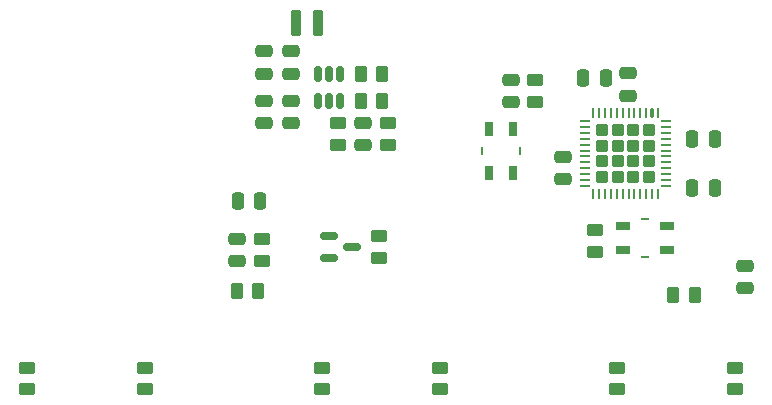
<source format=gtp>
G04 #@! TF.GenerationSoftware,KiCad,Pcbnew,(6.0.1)*
G04 #@! TF.CreationDate,2022-02-04T15:04:59+01:00*
G04 #@! TF.ProjectId,esp32-wled-adv-pcb,65737033-322d-4776-9c65-642d6164762d,rev?*
G04 #@! TF.SameCoordinates,Original*
G04 #@! TF.FileFunction,Paste,Top*
G04 #@! TF.FilePolarity,Positive*
%FSLAX46Y46*%
G04 Gerber Fmt 4.6, Leading zero omitted, Abs format (unit mm)*
G04 Created by KiCad (PCBNEW (6.0.1)) date 2022-02-04 15:04:59*
%MOMM*%
%LPD*%
G01*
G04 APERTURE LIST*
G04 Aperture macros list*
%AMRoundRect*
0 Rectangle with rounded corners*
0 $1 Rounding radius*
0 $2 $3 $4 $5 $6 $7 $8 $9 X,Y pos of 4 corners*
0 Add a 4 corners polygon primitive as box body*
4,1,4,$2,$3,$4,$5,$6,$7,$8,$9,$2,$3,0*
0 Add four circle primitives for the rounded corners*
1,1,$1+$1,$2,$3*
1,1,$1+$1,$4,$5*
1,1,$1+$1,$6,$7*
1,1,$1+$1,$8,$9*
0 Add four rect primitives between the rounded corners*
20,1,$1+$1,$2,$3,$4,$5,0*
20,1,$1+$1,$4,$5,$6,$7,0*
20,1,$1+$1,$6,$7,$8,$9,0*
20,1,$1+$1,$8,$9,$2,$3,0*%
G04 Aperture macros list end*
%ADD10RoundRect,0.250000X0.450000X-0.262500X0.450000X0.262500X-0.450000X0.262500X-0.450000X-0.262500X0*%
%ADD11RoundRect,0.250000X-0.475000X0.250000X-0.475000X-0.250000X0.475000X-0.250000X0.475000X0.250000X0*%
%ADD12RoundRect,0.250000X-0.450000X0.262500X-0.450000X-0.262500X0.450000X-0.262500X0.450000X0.262500X0*%
%ADD13RoundRect,0.250000X0.250000X0.475000X-0.250000X0.475000X-0.250000X-0.475000X0.250000X-0.475000X0*%
%ADD14RoundRect,0.250000X-0.262500X-0.450000X0.262500X-0.450000X0.262500X0.450000X-0.262500X0.450000X0*%
%ADD15R,0.700000X1.250000*%
%ADD16R,0.250000X0.700000*%
%ADD17RoundRect,0.250000X0.475000X-0.250000X0.475000X0.250000X-0.475000X0.250000X-0.475000X-0.250000X0*%
%ADD18R,1.250000X0.700000*%
%ADD19R,0.700000X0.250000*%
%ADD20RoundRect,0.250000X0.262500X0.450000X-0.262500X0.450000X-0.262500X-0.450000X0.262500X-0.450000X0*%
%ADD21RoundRect,0.225000X0.225000X0.875000X-0.225000X0.875000X-0.225000X-0.875000X0.225000X-0.875000X0*%
%ADD22RoundRect,0.250000X-0.250000X-0.475000X0.250000X-0.475000X0.250000X0.475000X-0.250000X0.475000X0*%
%ADD23RoundRect,0.150000X-0.587500X-0.150000X0.587500X-0.150000X0.587500X0.150000X-0.587500X0.150000X0*%
%ADD24RoundRect,0.062500X-0.337500X0.062500X-0.337500X-0.062500X0.337500X-0.062500X0.337500X0.062500X0*%
%ADD25RoundRect,0.062500X-0.062500X0.337500X-0.062500X-0.337500X0.062500X-0.337500X0.062500X0.337500X0*%
%ADD26RoundRect,0.100000X-0.100000X0.300000X-0.100000X-0.300000X0.100000X-0.300000X0.100000X0.300000X0*%
%ADD27RoundRect,0.250000X-0.285000X0.285000X-0.285000X-0.285000X0.285000X-0.285000X0.285000X0.285000X0*%
%ADD28RoundRect,0.150000X-0.150000X0.512500X-0.150000X-0.512500X0.150000X-0.512500X0.150000X0.512500X0*%
G04 APERTURE END LIST*
D10*
X157000000Y-119175000D03*
X157000000Y-121000000D03*
D11*
X138049000Y-96708000D03*
X138049000Y-94808000D03*
D12*
X147000000Y-121000000D03*
X147000000Y-119175000D03*
X126873000Y-109878500D03*
X126873000Y-108053500D03*
D13*
X114874000Y-105100000D03*
X116774000Y-105100000D03*
D14*
X153566500Y-113030000D03*
X151741500Y-113030000D03*
D15*
X138160000Y-102713000D03*
X138160000Y-98963000D03*
X136160000Y-98963000D03*
X136160000Y-102713000D03*
D16*
X135535000Y-100838000D03*
X138785000Y-100838000D03*
D17*
X117090181Y-96567422D03*
X117090181Y-98467422D03*
D10*
X107000000Y-119178700D03*
X107000000Y-121003700D03*
D12*
X127605781Y-100318334D03*
X127605781Y-98493334D03*
D18*
X151227000Y-107178600D03*
X147477000Y-107178600D03*
X147477000Y-109178600D03*
X151227000Y-109178600D03*
D19*
X149352000Y-109803600D03*
X149352000Y-106553600D03*
D17*
X119401581Y-96572422D03*
X119401581Y-98472422D03*
D20*
X125270881Y-94275034D03*
X127095881Y-94275034D03*
D11*
X147878800Y-96149200D03*
X147878800Y-94249200D03*
D13*
X153365200Y-103987600D03*
X155265200Y-103987600D03*
D17*
X114808000Y-108270000D03*
X114808000Y-110170000D03*
D11*
X119399619Y-94286415D03*
X119399619Y-92386415D03*
D10*
X132000000Y-119175000D03*
X132000000Y-121000000D03*
D21*
X119780619Y-89968415D03*
X121680619Y-89968415D03*
D10*
X145161000Y-107545500D03*
X145161000Y-109370500D03*
D22*
X146034800Y-94640400D03*
X144134800Y-94640400D03*
D23*
X124508500Y-108966000D03*
X122633500Y-109916000D03*
X122633500Y-108016000D03*
D12*
X140081000Y-96670500D03*
X140081000Y-94845500D03*
D11*
X117090181Y-94286415D03*
X117090181Y-92386415D03*
D24*
X151161600Y-98291200D03*
X151161600Y-98791200D03*
X151161600Y-99291200D03*
X151161600Y-99791200D03*
X151161600Y-100291200D03*
X151161600Y-100791200D03*
X151161600Y-101291200D03*
X151161600Y-101791200D03*
X151161600Y-102291200D03*
X151161600Y-102791200D03*
X151161600Y-103291200D03*
X151161600Y-103791200D03*
D25*
X150461600Y-104491200D03*
X149961600Y-104491200D03*
X149461600Y-104491200D03*
X148961600Y-104491200D03*
X148461600Y-104491200D03*
X147961600Y-104491200D03*
X147461600Y-104491200D03*
X146961600Y-104491200D03*
X146461600Y-104491200D03*
X145961600Y-104491200D03*
X145461600Y-104491200D03*
X144961600Y-104491200D03*
D24*
X144261600Y-103791200D03*
X144261600Y-103291200D03*
X144261600Y-102791200D03*
X144261600Y-102291200D03*
X144261600Y-101791200D03*
X144261600Y-101291200D03*
X144261600Y-100791200D03*
X144261600Y-100291200D03*
X144261600Y-99791200D03*
X144261600Y-99291200D03*
X144261600Y-98791200D03*
X144261600Y-98291200D03*
D25*
X144961600Y-97591200D03*
X145461600Y-97591200D03*
X145961600Y-97591200D03*
X146461600Y-97591200D03*
X146961600Y-97591200D03*
X147461600Y-97591200D03*
X147961600Y-97591200D03*
X148461600Y-97591200D03*
X148961600Y-97591200D03*
X149461600Y-97591200D03*
D26*
X149961600Y-97591200D03*
D25*
X150461600Y-97591200D03*
D27*
X148371600Y-99061200D03*
X147051600Y-99061200D03*
X145731600Y-99061200D03*
X149691600Y-103021200D03*
X148371600Y-101701200D03*
X145731600Y-101701200D03*
X148371600Y-103021200D03*
X149691600Y-101701200D03*
X149691600Y-100381200D03*
X147051600Y-100381200D03*
X147051600Y-101701200D03*
X148371600Y-100381200D03*
X145731600Y-100381200D03*
X145731600Y-103021200D03*
X149691600Y-99061200D03*
X147051600Y-103021200D03*
D12*
X116967000Y-110132500D03*
X116967000Y-108307500D03*
X97000000Y-121000000D03*
X97000000Y-119175000D03*
D20*
X114784500Y-112649000D03*
X116609500Y-112649000D03*
D14*
X127097781Y-96561034D03*
X125272781Y-96561034D03*
D17*
X125472181Y-98455834D03*
X125472181Y-100355834D03*
D10*
X123338581Y-98493334D03*
X123338581Y-100318334D03*
D13*
X153365200Y-99771200D03*
X155265200Y-99771200D03*
D17*
X142392400Y-101295200D03*
X142392400Y-103195200D03*
D12*
X122000000Y-121000000D03*
X122000000Y-119175000D03*
D28*
X123524619Y-96566915D03*
X122574619Y-96566915D03*
X121624619Y-96566915D03*
X121624619Y-94291915D03*
X122574619Y-94291915D03*
X123524619Y-94291915D03*
D17*
X157861000Y-110556000D03*
X157861000Y-112456000D03*
M02*

</source>
